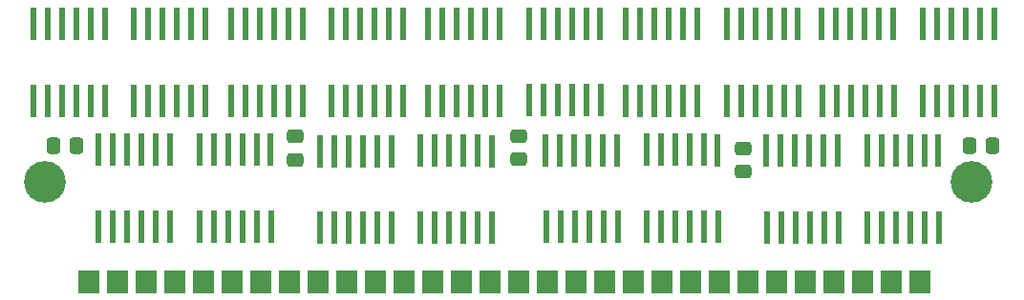
<source format=gbr>
%TF.GenerationSoftware,KiCad,Pcbnew,6.0.5+dfsg-1*%
%TF.CreationDate,2022-07-02T19:28:49+03:00*%
%TF.ProjectId,simm3016,73696d6d-3330-4313-962e-6b696361645f,2*%
%TF.SameCoordinates,Original*%
%TF.FileFunction,Soldermask,Top*%
%TF.FilePolarity,Negative*%
%FSLAX46Y46*%
G04 Gerber Fmt 4.6, Leading zero omitted, Abs format (unit mm)*
G04 Created by KiCad (PCBNEW 6.0.5+dfsg-1) date 2022-07-02 19:28:49*
%MOMM*%
%LPD*%
G01*
G04 APERTURE LIST*
G04 Aperture macros list*
%AMRoundRect*
0 Rectangle with rounded corners*
0 $1 Rounding radius*
0 $2 $3 $4 $5 $6 $7 $8 $9 X,Y pos of 4 corners*
0 Add a 4 corners polygon primitive as box body*
4,1,4,$2,$3,$4,$5,$6,$7,$8,$9,$2,$3,0*
0 Add four circle primitives for the rounded corners*
1,1,$1+$1,$2,$3*
1,1,$1+$1,$4,$5*
1,1,$1+$1,$6,$7*
1,1,$1+$1,$8,$9*
0 Add four rect primitives between the rounded corners*
20,1,$1+$1,$2,$3,$4,$5,0*
20,1,$1+$1,$4,$5,$6,$7,0*
20,1,$1+$1,$6,$7,$8,$9,0*
20,1,$1+$1,$8,$9,$2,$3,0*%
G04 Aperture macros list end*
%ADD10R,0.600000X3.000000*%
%ADD11RoundRect,0.250000X0.475000X-0.337500X0.475000X0.337500X-0.475000X0.337500X-0.475000X-0.337500X0*%
%ADD12RoundRect,0.250000X-0.337500X-0.475000X0.337500X-0.475000X0.337500X0.475000X-0.337500X0.475000X0*%
%ADD13C,3.700000*%
%ADD14R,1.900000X2.000000*%
G04 APERTURE END LIST*
D10*
%TO.C,D8*%
X107510000Y-140960000D03*
X108780000Y-140960000D03*
X110050000Y-140960000D03*
X111320000Y-140960000D03*
X112590000Y-140960000D03*
X113860000Y-140960000D03*
X116430000Y-140930000D03*
X117700000Y-140930000D03*
X118970000Y-140930000D03*
X120240000Y-140930000D03*
X121510000Y-140930000D03*
X122780000Y-140930000D03*
X122730000Y-134130000D03*
X121510000Y-134100000D03*
X120240000Y-134100000D03*
X118970000Y-134100000D03*
X117700000Y-134100000D03*
X116430000Y-134100000D03*
X113830000Y-134130000D03*
X112560000Y-134130000D03*
X111290000Y-134130000D03*
X110020000Y-134130000D03*
X108750000Y-134130000D03*
X107480000Y-134130000D03*
%TD*%
D11*
%TO.C,C2*%
X117890000Y-147267500D03*
X117890000Y-145192500D03*
%TD*%
D10*
%TO.C,D4*%
X80400000Y-152270000D03*
X81670000Y-152270000D03*
X82940000Y-152270000D03*
X84210000Y-152270000D03*
X85480000Y-152270000D03*
X86750000Y-152270000D03*
X89320000Y-152240000D03*
X90590000Y-152240000D03*
X91860000Y-152240000D03*
X93130000Y-152240000D03*
X94400000Y-152240000D03*
X95670000Y-152240000D03*
X95620000Y-145440000D03*
X94400000Y-145410000D03*
X93130000Y-145410000D03*
X91860000Y-145410000D03*
X90590000Y-145410000D03*
X89320000Y-145410000D03*
X86720000Y-145440000D03*
X85450000Y-145440000D03*
X84180000Y-145440000D03*
X82910000Y-145440000D03*
X81640000Y-145440000D03*
X80370000Y-145440000D03*
%TD*%
D11*
%TO.C,C1*%
X97990000Y-146167500D03*
X97990000Y-144092500D03*
%TD*%
D10*
%TO.C,D5*%
X100420000Y-152180000D03*
X101690000Y-152180000D03*
X102960000Y-152180000D03*
X104230000Y-152180000D03*
X105500000Y-152180000D03*
X106770000Y-152180000D03*
X109340000Y-152150000D03*
X110610000Y-152150000D03*
X111880000Y-152150000D03*
X113150000Y-152150000D03*
X114420000Y-152150000D03*
X115690000Y-152150000D03*
X115640000Y-145350000D03*
X114420000Y-145320000D03*
X113150000Y-145320000D03*
X111880000Y-145320000D03*
X110610000Y-145320000D03*
X109340000Y-145320000D03*
X106740000Y-145350000D03*
X105470000Y-145350000D03*
X104200000Y-145350000D03*
X102930000Y-145350000D03*
X101660000Y-145350000D03*
X100390000Y-145350000D03*
%TD*%
D12*
%TO.C,C3*%
X56752500Y-144930000D03*
X58827500Y-144930000D03*
%TD*%
%TO.C,C5*%
X137952500Y-144930000D03*
X140027500Y-144930000D03*
%TD*%
D10*
%TO.C,D1*%
X60770000Y-152160000D03*
X62040000Y-152160000D03*
X63310000Y-152160000D03*
X64580000Y-152160000D03*
X65850000Y-152160000D03*
X67120000Y-152160000D03*
X69690000Y-152130000D03*
X70960000Y-152130000D03*
X72230000Y-152130000D03*
X73500000Y-152130000D03*
X74770000Y-152130000D03*
X76040000Y-152130000D03*
X75990000Y-145330000D03*
X74770000Y-145300000D03*
X73500000Y-145300000D03*
X72230000Y-145300000D03*
X70960000Y-145300000D03*
X69690000Y-145300000D03*
X67090000Y-145330000D03*
X65820000Y-145330000D03*
X64550000Y-145330000D03*
X63280000Y-145330000D03*
X62010000Y-145330000D03*
X60740000Y-145330000D03*
%TD*%
%TO.C,D9*%
X124910000Y-140960000D03*
X126180000Y-140960000D03*
X127450000Y-140960000D03*
X128720000Y-140960000D03*
X129990000Y-140960000D03*
X131260000Y-140960000D03*
X133830000Y-140930000D03*
X135100000Y-140930000D03*
X136370000Y-140930000D03*
X137640000Y-140930000D03*
X138910000Y-140930000D03*
X140180000Y-140930000D03*
X140130000Y-134130000D03*
X138910000Y-134100000D03*
X137640000Y-134100000D03*
X136370000Y-134100000D03*
X135100000Y-134100000D03*
X133830000Y-134100000D03*
X131230000Y-134130000D03*
X129960000Y-134130000D03*
X128690000Y-134130000D03*
X127420000Y-134130000D03*
X126150000Y-134130000D03*
X124880000Y-134130000D03*
%TD*%
D11*
%TO.C,C4*%
X78190000Y-146205000D03*
X78190000Y-144130000D03*
%TD*%
D13*
%TO.C,J1*%
X138140000Y-148130000D03*
X56040000Y-148130000D03*
D14*
X59940000Y-157030000D03*
X62480000Y-157030000D03*
X65020000Y-157030000D03*
X67560000Y-157030000D03*
X70100000Y-157030000D03*
X72640000Y-157030000D03*
X75180000Y-157030000D03*
X77720000Y-157030000D03*
X80260000Y-157030000D03*
X82800000Y-157030000D03*
X85340000Y-157030000D03*
X87880000Y-157030000D03*
X90420000Y-157030000D03*
X92960000Y-157030000D03*
X95500000Y-157030000D03*
X98040000Y-157030000D03*
X100580000Y-157030000D03*
X103120000Y-157030000D03*
X105660000Y-157030000D03*
X108200000Y-157030000D03*
X110740000Y-157030000D03*
X113280000Y-157030000D03*
X115820000Y-157030000D03*
X118360000Y-157030000D03*
X120900000Y-157030000D03*
X123440000Y-157030000D03*
X125980000Y-157030000D03*
X128520000Y-157030000D03*
X131060000Y-157030000D03*
X133600000Y-157030000D03*
%TD*%
D10*
%TO.C,D6*%
X90000000Y-140950000D03*
X91270000Y-140950000D03*
X92540000Y-140950000D03*
X93810000Y-140950000D03*
X95080000Y-140950000D03*
X96350000Y-140950000D03*
X98920000Y-140920000D03*
X100190000Y-140920000D03*
X101460000Y-140920000D03*
X102730000Y-140920000D03*
X104000000Y-140920000D03*
X105270000Y-140920000D03*
X105220000Y-134120000D03*
X104000000Y-134090000D03*
X102730000Y-134090000D03*
X101460000Y-134090000D03*
X100190000Y-134090000D03*
X98920000Y-134090000D03*
X96320000Y-134120000D03*
X95050000Y-134120000D03*
X93780000Y-134120000D03*
X92510000Y-134120000D03*
X91240000Y-134120000D03*
X89970000Y-134120000D03*
%TD*%
%TO.C,D2*%
X55000000Y-140970000D03*
X56270000Y-140970000D03*
X57540000Y-140970000D03*
X58810000Y-140970000D03*
X60080000Y-140970000D03*
X61350000Y-140970000D03*
X63920000Y-140940000D03*
X65190000Y-140940000D03*
X66460000Y-140940000D03*
X67730000Y-140940000D03*
X69000000Y-140940000D03*
X70270000Y-140940000D03*
X70220000Y-134140000D03*
X69000000Y-134110000D03*
X67730000Y-134110000D03*
X66460000Y-134110000D03*
X65190000Y-134110000D03*
X63920000Y-134110000D03*
X61320000Y-134140000D03*
X60050000Y-134140000D03*
X58780000Y-134140000D03*
X57510000Y-134140000D03*
X56240000Y-134140000D03*
X54970000Y-134140000D03*
%TD*%
%TO.C,D3*%
X72520000Y-140970000D03*
X73790000Y-140970000D03*
X75060000Y-140970000D03*
X76330000Y-140970000D03*
X77600000Y-140970000D03*
X78870000Y-140970000D03*
X81440000Y-140940000D03*
X82710000Y-140940000D03*
X83980000Y-140940000D03*
X85250000Y-140940000D03*
X86520000Y-140940000D03*
X87790000Y-140940000D03*
X87740000Y-134140000D03*
X86520000Y-134110000D03*
X85250000Y-134110000D03*
X83980000Y-134110000D03*
X82710000Y-134110000D03*
X81440000Y-134110000D03*
X78840000Y-134140000D03*
X77570000Y-134140000D03*
X76300000Y-134140000D03*
X75030000Y-134140000D03*
X73760000Y-134140000D03*
X72490000Y-134140000D03*
%TD*%
%TO.C,D7*%
X119990000Y-152240000D03*
X121260000Y-152240000D03*
X122530000Y-152240000D03*
X123800000Y-152240000D03*
X125070000Y-152240000D03*
X126340000Y-152240000D03*
X128910000Y-152210000D03*
X130180000Y-152210000D03*
X131450000Y-152210000D03*
X132720000Y-152210000D03*
X133990000Y-152210000D03*
X135260000Y-152210000D03*
X135210000Y-145410000D03*
X133990000Y-145380000D03*
X132720000Y-145380000D03*
X131450000Y-145380000D03*
X130180000Y-145380000D03*
X128910000Y-145380000D03*
X126310000Y-145410000D03*
X125040000Y-145410000D03*
X123770000Y-145410000D03*
X122500000Y-145410000D03*
X121230000Y-145410000D03*
X119960000Y-145410000D03*
%TD*%
M02*

</source>
